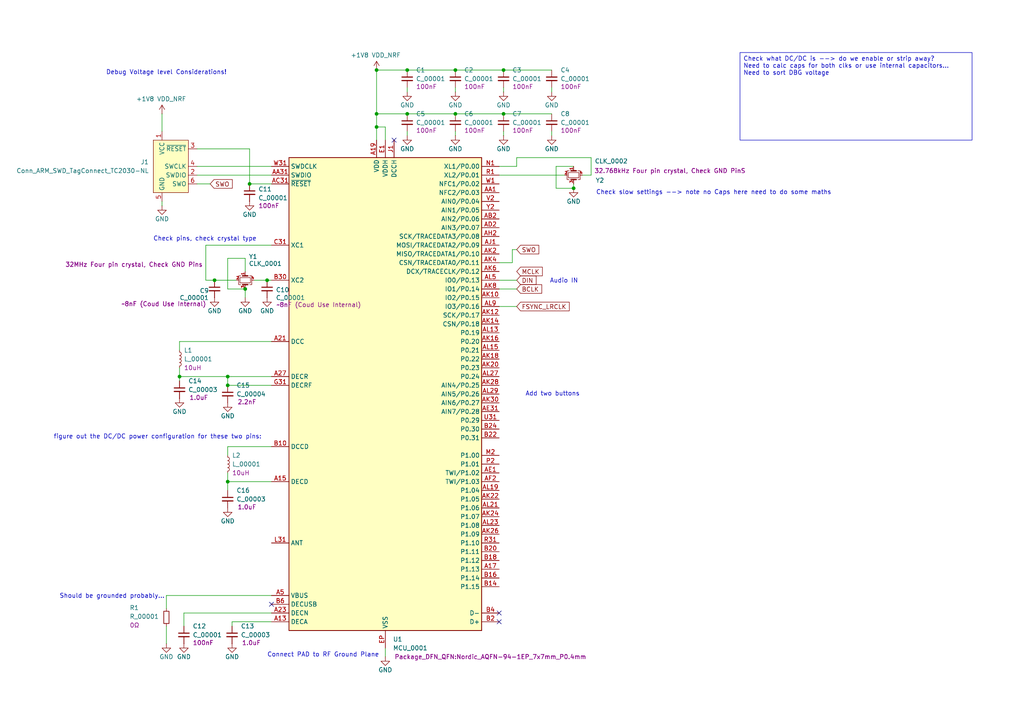
<source format=kicad_sch>
(kicad_sch (version 20231120) (generator "eeschema") (generator_version "8.0")
  (paper "A4")
  (lib_symbols
    (symbol "Connector:Conn_ARM_SWD_TagConnect_TC2030-NL" (in_bom no)
      (property "Reference" "J" (at 2.54 11.43 0))
      (property "Value" "Conn_ARM_SWD_TagConnect_TC2030-NL" (at 2.54 8.89 0))
      (symbol "Conn_ARM_SWD_TagConnect_TC2030-NL_0_0"
        (pin power_in line (at -2.54 10.16 270) (length 2.54) (name "VCC") (number "1"))
        (pin bidirectional line (at 7.62 -2.54 180) (length 2.54) (name "SWDIO") (number "2"))
        (pin open_collector line (at 7.62 5.08 180) (length 2.54) (name "~{RESET}") (number "3"))
        (pin output line (at 7.62 0 180) (length 2.54) (name "SWCLK") (number "4"))
        (pin power_in line (at -2.54 -10.16 90) (length 2.54) (name "GND") (number "5"))
        (pin input line (at 7.62 -5.08 180) (length 2.54) (name "SWO") (number "6"))
      )
      (symbol "Conn_ARM_SWD_TagConnect_TC2030-NL_0_1"
        (rectangle (start -5.08 7.62) (end 5.08 -7.62) (fill (type background)))
      )
    )
    (symbol "L_00001_1" (pin_numbers hide) (pin_names (offset 0.254) hide)
      (property "Reference" "L" (at 1.27 2.54 0))
      (property "Value" "L_00001" (at 1.27 0 0))
      (property "Desc" "10uH" (at 1.27 -2.54 0))
      (symbol "L_00001_1_0_1"
        (arc (start 0 -2.032) (mid 0.5058 -1.524) (end 0 -1.016))
        (arc (start 0 -1.016) (mid 0.5058 -0.508) (end 0 0))
        (arc (start 0 0) (mid 0.5058 0.508) (end 0 1.016))
        (arc (start 0 1.016) (mid 0.5058 1.524) (end 0 2.032))
      )
      (symbol "L_00001_1_1_1"
        (pin passive line (at 0 2.54 270) (length 0.508) (name "~") (number "1"))
        (pin passive line (at 0 -2.54 90) (length 0.508) (name "~") (number "2"))
      )
    )
    (symbol "mic_patch_parts:CLK_0001" (pin_names (offset 1.016) hide)
      (property "Reference" "Y" (at 1.27 8.89 0))
      (property "Value" "CLK_0001" (at 1.27 6.35 0))
      (property "Description" "32MHz Four pin crystal, Check GND PinS" (at 0 0 0))
      (symbol "CLK_0001_0_1"
        (rectangle (start -0.762 -1.524) (end 0.762 1.524))
        (polyline (pts (xy -1.27 -0.762) (xy -1.27 0.762)) (stroke (width 0.381)))
        (polyline (pts (xy 1.27 -0.762) (xy 1.27 0.762)) (stroke (width 0.381)))
        (polyline (pts (xy -1.27 -1.27) (xy -1.27 -1.905) (xy 1.27 -1.905) (xy 1.27 -1.27)))
        (polyline (pts (xy -1.27 1.27) (xy -1.27 1.905) (xy 1.27 1.905) (xy 1.27 1.27)))
      )
      (symbol "CLK_0001_1_1"
        (pin passive line (at -2.54 0 0) (length 1.27) (name "1") (number "1"))
        (pin passive line (at 0 -2.54 90) (length 0.635) (name "2") (number "2"))
        (pin passive line (at 2.54 0 180) (length 1.27) (name "3") (number "3"))
        (pin passive line (at 0 2.54 270) (length 0.635) (name "4") (number "4"))
      )
    )
    (symbol "mic_patch_parts:CLK_0002" (pin_names (offset 1.016) hide)
      (property "Reference" "Y" (at 1.27 8.89 0))
      (property "Value" "CLK_0002" (at 1.27 6.35 0))
      (property "Description" "32.768kHz Four pin crystal, Check GND PinS" (at 1.27 -11.938 0))
      (symbol "CLK_0002_0_1"
        (rectangle (start -0.762 -1.524) (end 0.762 1.524))
        (polyline (pts (xy -1.27 -0.762) (xy -1.27 0.762)) (stroke (width 0.381)))
        (polyline (pts (xy 1.27 -0.762) (xy 1.27 0.762)) (stroke (width 0.381)))
        (polyline (pts (xy -1.27 -1.27) (xy -1.27 -1.905) (xy 1.27 -1.905) (xy 1.27 -1.27)))
        (polyline (pts (xy -1.27 1.27) (xy -1.27 1.905) (xy 1.27 1.905) (xy 1.27 1.27)))
      )
      (symbol "CLK_0002_1_1"
        (pin passive line (at -2.54 0 0) (length 1.27) (name "1") (number "1"))
        (pin passive line (at 0 -2.54 90) (length 0.635) (name "2") (number "2"))
        (pin passive line (at 2.54 0 180) (length 1.27) (name "3") (number "3"))
        (pin passive line (at 0 2.54 270) (length 0.635) (name "4") (number "4"))
      )
    )
    (symbol "mic_patch_parts:C_00001" (pin_numbers hide) (pin_names (offset 0.254))
      (property "Reference" "C" (at 2.54 2.54 0))
      (property "Value" "C_00001" (at 2.54 0 0))
      (property "Description" "100nF" (at 5.588 -2.286 0))
      (symbol "C_00001_0_1"
        (polyline (pts (xy -1.524 -0.508) (xy 1.524 -0.508)) (stroke (width 0.3302)))
        (polyline (pts (xy -1.524 0.508) (xy 1.524 0.508)) (stroke (width 0.3048)))
      )
      (symbol "C_00001_1_1"
        (pin passive line (at 0 2.54 270) (length 2.032) (name "~") (number "1"))
        (pin passive line (at 0 -2.54 90) (length 2.032) (name "~") (number "2"))
      )
    )
    (symbol "mic_patch_parts:C_00002" (pin_numbers hide) (pin_names (offset 0.254))
      (property "Reference" "C" (at 2.54 2.54 0))
      (property "Value" "C_00001" (at 2.54 0 0))
      (property "Description" "~8nF (Coud Use Internal)" (at 5.588 -2.286 0))
      (symbol "C_00002_0_1"
        (polyline (pts (xy -1.524 -0.508) (xy 1.524 -0.508)) (stroke (width 0.3302)))
        (polyline (pts (xy -1.524 0.508) (xy 1.524 0.508)) (stroke (width 0.3048)))
      )
      (symbol "C_00002_1_1"
        (pin passive line (at 0 2.54 270) (length 2.032) (name "~") (number "1"))
        (pin passive line (at 0 -2.54 90) (length 2.032) (name "~") (number "2"))
      )
    )
    (symbol "mic_patch_parts:C_00003" (pin_numbers hide) (pin_names (offset 0.254))
      (property "Reference" "C" (at 2.54 2.54 0))
      (property "Value" "C_00003" (at 2.54 0 0))
      (property "Description" "1.0uF" (at 5.588 -2.286 0))
      (symbol "C_00003_0_1"
        (polyline (pts (xy -1.524 -0.508) (xy 1.524 -0.508)) (stroke (width 0.3302)))
        (polyline (pts (xy -1.524 0.508) (xy 1.524 0.508)) (stroke (width 0.3048)))
      )
      (symbol "C_00003_1_1"
        (pin passive line (at 0 2.54 270) (length 2.032) (name "~") (number "1"))
        (pin passive line (at 0 -2.54 90) (length 2.032) (name "~") (number "2"))
      )
    )
    (symbol "mic_patch_parts:C_00004" (pin_numbers hide) (pin_names (offset 0.254))
      (property "Reference" "C" (at 2.54 2.54 0))
      (property "Value" "C_00004" (at 2.54 0 0))
      (property "Description" "2.2nF" (at 5.588 -2.286 0))
      (symbol "C_00004_0_1"
        (polyline (pts (xy -1.524 -0.508) (xy 1.524 -0.508)) (stroke (width 0.3302)))
        (polyline (pts (xy -1.524 0.508) (xy 1.524 0.508)) (stroke (width 0.3048)))
      )
      (symbol "C_00004_1_1"
        (pin passive line (at 0 2.54 270) (length 2.032) (name "~") (number "1"))
        (pin passive line (at 0 -2.54 90) (length 2.032) (name "~") (number "2"))
      )
    )
    (symbol "mic_patch_parts:L_00001" (pin_numbers hide) (pin_names (offset 0.254) hide)
      (property "Reference" "L" (at 1.27 2.54 0))
      (property "Value" "L_00001" (at 1.27 0 0))
      (property "Desc" "10uH" (at 1.27 -2.54 0))
      (symbol "L_00001_0_1"
        (arc (start 0 -2.032) (mid 0.5058 -1.524) (end 0 -1.016))
        (arc (start 0 -1.016) (mid 0.5058 -0.508) (end 0 0))
        (arc (start 0 0) (mid 0.5058 0.508) (end 0 1.016))
        (arc (start 0 1.016) (mid 0.5058 1.524) (end 0 2.032))
      )
      (symbol "L_00001_1_1"
        (pin passive line (at 0 2.54 270) (length 0.508) (name "~") (number "1"))
        (pin passive line (at 0 -2.54 90) (length 0.508) (name "~") (number "2"))
      )
    )
    (symbol "mic_patch_parts:MCU_0001"
      (property "Reference" "U1" (at 2.0194 -72.39 0))
      (property "Value" "MCU_0001" (at 2.0194 -74.93 0))
      (symbol "MCU_0001_0_1"
        (rectangle (start -27.94 68.58) (end 27.94 -68.58) (stroke (width 0.254)) (fill (type background)))
      )
      (symbol "MCU_0001_1_1"
        (pin passive line (at -33.02 -66.04 0) (length 5.08) (name "DECA") (number "A13"))
        (pin passive line (at -33.02 -25.4 0) (length 5.08) (name "DECD") (number "A15"))
        (pin bidirectional line (at 33.02 -50.8 180) (length 5.08) (name "P1.13") (number "A17"))
        (pin power_in line (at -2.54 73.66 270) (length 5.08) (name "VDD") (number "A19"))
        (pin power_out line (at -33.02 15.24 0) (length 5.08) (name "DCC") (number "A21"))
        (pin passive line (at -33.02 -63.5 0) (length 5.08) (name "DECN") (number "A23"))
        (pin no_connect line (at -27.94 58.42 0) (length 5.08) hide (name "NC") (number "A25"))
        (pin passive line (at -33.02 5.08 0) (length 5.08) (name "DECR") (number "A27"))
        (pin power_in line (at -33.02 -58.42 0) (length 5.08) (name "VBUS") (number "A5"))
        (pin bidirectional line (at 33.02 58.42 180) (length 5.08) (name "NFC2/P0.03") (number "AA1"))
        (pin bidirectional line (at -33.02 63.5 0) (length 5.08) (name "SWDIO") (number "AA31"))
        (pin bidirectional line (at 33.02 50.8 180) (length 5.08) (name "AIN2/P0.06") (number "AB2"))
        (pin passive line (at -2.54 73.66 270) (length 5.08) hide (name "VDD") (number "AC1"))
        (pin input line (at -33.02 60.96 0) (length 5.08) (name "~{RESET}") (number "AC31"))
        (pin bidirectional line (at 33.02 48.26 180) (length 5.08) (name "AIN3/P0.07") (number "AD2"))
        (pin bidirectional line (at 33.02 -22.86 180) (length 5.08) (name "TWI/P1.02") (number "AE1"))
        (pin bidirectional line (at 33.02 -5.08 180) (length 5.08) (name "AIN7/P0.28") (number "AE31"))
        (pin bidirectional line (at 33.02 -25.4 180) (length 5.08) (name "TWI/P1.03") (number "AF2"))
        (pin passive line (at -2.54 73.66 270) (length 5.08) hide (name "VDD") (number "AG1"))
        (pin no_connect line (at -27.94 27.94 0) (length 5.08) hide (name "NC") (number "AG31"))
        (pin bidirectional line (at 33.02 45.72 180) (length 5.08) (name "SCK/TRACEDATA3/P0.08") (number "AH2"))
        (pin bidirectional line (at 33.02 43.18 180) (length 5.08) (name "MOSI/TRACEDATA2/P0.09") (number "AJ1"))
        (pin passive line (at -2.54 73.66 270) (length 5.08) hide (name "VDD") (number "AJ31"))
        (pin bidirectional line (at 33.02 27.94 180) (length 5.08) (name "IO2/P0.15") (number "AK10"))
        (pin bidirectional line (at 33.02 22.86 180) (length 5.08) (name "SCK/P0.17") (number "AK12"))
        (pin bidirectional line (at 33.02 20.32 180) (length 5.08) (name "CSN/P0.18") (number "AK14"))
        (pin bidirectional line (at 33.02 15.24 180) (length 5.08) (name "P0.20") (number "AK16"))
        (pin bidirectional line (at 33.02 10.16 180) (length 5.08) (name "P0.22") (number "AK18"))
        (pin bidirectional line (at 33.02 40.64 180) (length 5.08) (name "MISO/TRACEDATA1/P0.10") (number "AK2"))
        (pin bidirectional line (at 33.02 7.62 180) (length 5.08) (name "P0.23") (number "AK20"))
        (pin bidirectional line (at 33.02 -30.48 180) (length 5.08) (name "P1.05") (number "AK22"))
        (pin bidirectional line (at 33.02 -35.56 180) (length 5.08) (name "P1.07") (number "AK24"))
        (pin bidirectional line (at 33.02 -40.64 180) (length 5.08) (name "P1.09") (number "AK26"))
        (pin bidirectional line (at 33.02 2.54 180) (length 5.08) (name "AIN4/P0.25") (number "AK28"))
        (pin bidirectional line (at 33.02 -2.54 180) (length 5.08) (name "AIN6/P0.27") (number "AK30"))
        (pin bidirectional line (at 33.02 38.1 180) (length 5.08) (name "CSN/TRACEDATA0/P0.11") (number "AK4"))
        (pin bidirectional line (at 33.02 35.56 180) (length 5.08) (name "DCX/TRACECLK/P0.12") (number "AK6"))
        (pin bidirectional line (at 33.02 30.48 180) (length 5.08) (name "IO1/P0.14") (number "AK8"))
        (pin passive line (at -2.54 73.66 270) (length 5.08) hide (name "VDD") (number "AL11"))
        (pin bidirectional line (at 33.02 17.78 180) (length 5.08) (name "P0.19") (number "AL13"))
        (pin bidirectional line (at 33.02 12.7 180) (length 5.08) (name "P0.21") (number "AL15"))
        (pin passive line (at -2.54 73.66 270) (length 5.08) hide (name "VDD") (number "AL17"))
        (pin bidirectional line (at 33.02 -27.94 180) (length 5.08) (name "P1.04") (number "AL19"))
        (pin bidirectional line (at 33.02 -33.02 180) (length 5.08) (name "P1.06") (number "AL21"))
        (pin bidirectional line (at 33.02 -38.1 180) (length 5.08) (name "P1.08") (number "AL23"))
        (pin passive line (at -2.54 73.66 270) (length 5.08) hide (name "VDD") (number "AL25"))
        (pin bidirectional line (at 33.02 5.08 180) (length 5.08) (name "P0.24") (number "AL27"))
        (pin bidirectional line (at 33.02 0 180) (length 5.08) (name "AIN5/P0.26") (number "AL29"))
        (pin passive line (at -2.54 73.66 270) (length 5.08) hide (name "VDD") (number "AL3"))
        (pin bidirectional line (at 33.02 33.02 180) (length 5.08) (name "IO0/P0.13") (number "AL5"))
        (pin passive line (at -2.54 73.66 270) (length 5.08) hide (name "VDD") (number "AL7"))
        (pin bidirectional line (at 33.02 25.4 180) (length 5.08) (name "IO3/P0.16") (number "AL9"))
        (pin power_out line (at -33.02 -15.24 0) (length 5.08) (name "DCCD") (number "B10"))
        (pin no_connect line (at -27.94 55.88 0) (length 5.08) hide (name "NC") (number "B12"))
        (pin bidirectional line (at 33.02 -55.88 180) (length 5.08) (name "P1.15") (number "B14"))
        (pin bidirectional line (at 33.02 -53.34 180) (length 5.08) (name "P1.14") (number "B16"))
        (pin bidirectional line (at 33.02 -48.26 180) (length 5.08) (name "P1.12") (number "B18"))
        (pin bidirectional line (at 33.02 -66.04 180) (length 5.08) (name "D+") (number "B2"))
        (pin bidirectional line (at 33.02 -45.72 180) (length 5.08) (name "P1.11") (number "B20"))
        (pin bidirectional line (at 33.02 -12.7 180) (length 5.08) (name "P0.31") (number "B22"))
        (pin bidirectional line (at 33.02 -10.16 180) (length 5.08) (name "P0.30") (number "B24"))
        (pin no_connect line (at -27.94 53.34 0) (length 5.08) hide (name "NC") (number "B26"))
        (pin passive line (at -2.54 73.66 270) (length 5.08) hide (name "VDD") (number "B28"))
        (pin input line (at -33.02 33.02 0) (length 5.08) (name "XC2") (number "B30"))
        (pin bidirectional line (at 33.02 -63.5 180) (length 5.08) (name "D-") (number "B4"))
        (pin passive line (at -33.02 -60.96 0) (length 5.08) (name "DECUSB") (number "B6"))
        (pin passive line (at -2.54 73.66 270) (length 5.08) hide (name "VDD") (number "B8"))
        (pin passive line (at -2.54 73.66 270) (length 5.08) hide (name "VDD") (number "C1"))
        (pin input line (at -33.02 43.18 0) (length 5.08) (name "XC1") (number "C31"))
        (pin no_connect line (at -27.94 50.8 0) (length 5.08) hide (name "NC") (number "D2"))
        (pin power_in line (at 0 73.66 270) (length 5.08) (name "VDDH") (number "E1"))
        (pin passive line (at -2.54 73.66 270) (length 5.08) hide (name "VDD") (number "E31"))
        (pin power_in line (at 0 -73.66 90) (length 5.08) (name "VSS") (number "EP"))
        (pin no_connect line (at -27.94 48.26 0) (length 5.08) hide (name "NC") (number "F2"))
        (pin no_connect line (at -27.94 45.72 0) (length 5.08) hide (name "NC") (number "G1"))
        (pin passive line (at -33.02 2.54 0) (length 5.08) (name "DECRF") (number "G31"))
        (pin no_connect line (at -27.94 40.64 0) (length 5.08) hide (name "NC") (number "H2"))
        (pin passive line (at 2.54 73.66 270) (length 5.08) (name "DCCH") (number "J1"))
        (pin no_connect line (at -27.94 38.1 0) (length 5.08) hide (name "NC") (number "J31"))
        (pin no_connect line (at -27.94 35.56 0) (length 5.08) hide (name "NC") (number "K2"))
        (pin passive line (at -2.54 73.66 270) (length 5.08) hide (name "VDD") (number "L1"))
        (pin passive line (at -33.02 -43.18 0) (length 5.08) (name "ANT") (number "L31"))
        (pin bidirectional line (at 33.02 -17.78 180) (length 5.08) (name "P1.00") (number "M2"))
        (pin bidirectional line (at 33.02 66.04 180) (length 5.08) (name "XL1/P0.00") (number "N1"))
        (pin passive line (at -2.54 73.66 270) (length 5.08) hide (name "VDD") (number "N31"))
        (pin bidirectional line (at 33.02 -20.32 180) (length 5.08) (name "P1.01") (number "P2"))
        (pin bidirectional line (at 33.02 63.5 180) (length 5.08) (name "XL2/P0.01") (number "R1"))
        (pin bidirectional line (at 33.02 -43.18 180) (length 5.08) (name "P1.10") (number "R31"))
        (pin no_connect line (at -27.94 30.48 0) (length 5.08) hide (name "NC") (number "T2"))
        (pin passive line (at -2.54 73.66 270) (length 5.08) hide (name "VDD") (number "U1"))
        (pin bidirectional line (at 33.02 -7.62 180) (length 5.08) (name "P0.29") (number "U31"))
        (pin bidirectional line (at 33.02 55.88 180) (length 5.08) (name "AIN0/P0.04") (number "V2"))
        (pin bidirectional line (at 33.02 60.96 180) (length 5.08) (name "NFC1/P0.02") (number "W1"))
        (pin input line (at -33.02 66.04 0) (length 5.08) (name "SWDCLK") (number "W31"))
        (pin bidirectional line (at 33.02 53.34 180) (length 5.08) (name "AIN1/P0.05") (number "Y2"))
      )
    )
    (symbol "mic_patch_parts:R_00001" (pin_numbers hide) (pin_names (offset 0.254) hide)
      (property "Reference" "R" (at 1.27 2.54 0))
      (property "Value" "R_00001" (at 1.27 0 0))
      (property "Desc" "0Ω" (at 1.27 -2.54 0))
      (symbol "R_00001_0_1"
        (rectangle (start -0.762 1.778) (end 0.762 -1.778) (stroke (width 0.2032)))
      )
      (symbol "R_00001_1_1"
        (pin passive line (at 0 2.54 270) (length 0.762) (name "~") (number "1"))
        (pin passive line (at 0 -2.54 90) (length 0.762) (name "~") (number "2"))
      )
    )
    (symbol "power:+1V8" (power) (pin_numbers hide) (pin_names (offset 0) hide)
      (property "Value" "+1V8" (at 0 3.556 0))
      (symbol "+1V8_0_1"
        (polyline (pts (xy -0.762 1.27) (xy 0 2.54)))
        (polyline (pts (xy 0 0) (xy 0 2.54)))
        (polyline (pts (xy 0 2.54) (xy 0.762 1.27)))
      )
      (symbol "+1V8_1_1"
        (pin power_in line (at 0 0 90) (length 0) (name "~") (number "1"))
      )
    )
    (symbol "power:GND" (power) (pin_numbers hide) (pin_names (offset 0) hide)
      (property "Value" "GND" (at 0 -3.81 0))
      (symbol "GND_0_1"
        (polyline (pts (xy 0 0) (xy 0 -1.27) (xy 1.27 -1.27) (xy 0 -2.54) (xy -1.27 -1.27) (xy 0 -1.27)))
      )
      (symbol "GND_1_1"
        (pin power_in line (at 0 0 270) (length 0) (name "~") (number "1"))
      )
    )
  )
  (junction (at 109.22 33.02))
  (junction (at 71.12 83.82))
  (junction (at 146.05 20.32))
  (junction (at 118.11 20.32))
  (junction (at 132.08 33.02))
  (junction (at 166.37 54.61))
  (junction (at 109.22 36.83))
  (junction (at 132.08 20.32))
  (junction (at 52.07 109.22))
  (junction (at 109.22 20.32))
  (junction (at 66.04 109.22))
  (junction (at 72.39 53.34))
  (junction (at 77.47 81.28))
  (junction (at 62.23 81.28))
  (junction (at 66.04 139.7))
  (junction (at 146.05 33.02))
  (junction (at 66.04 111.76))
  (junction (at 118.11 33.02))
  (no_connect (at 144.78 180.34))
  (no_connect (at 114.3 40.64))
  (no_connect (at 78.74 175.26))
  (no_connect (at 144.78 177.8))
  (wire (pts (xy 66.04 111.76) (xy 78.74 111.76)))
  (wire (pts (xy 57.15 43.18) (xy 72.39 43.18)))
  (wire (pts (xy 53.34 177.8) (xy 78.74 177.8)))
  (wire (pts (xy 66.04 109.22) (xy 78.74 109.22)))
  (wire (pts (xy 46.99 33.02) (xy 46.99 38.1)))
  (wire (pts (xy 57.15 53.34) (xy 60.96 53.34)))
  (wire (pts (xy 66.04 129.54) (xy 78.74 129.54)))
  (wire (pts (xy 171.45 45.72) (xy 171.45 50.8)))
  (wire (pts (xy 146.05 25.4) (xy 146.05 26.67)))
  (wire (pts (xy 111.76 187.96) (xy 111.76 190.5)))
  (wire (pts (xy 118.11 33.02) (xy 132.08 33.02)))
  (wire (pts (xy 132.08 38.1) (xy 132.08 39.37)))
  (wire (pts (xy 52.07 109.22) (xy 52.07 110.49)))
  (wire (pts (xy 118.11 38.1) (xy 118.11 39.37)))
  (wire (pts (xy 71.12 83.82) (xy 71.12 86.36)))
  (wire (pts (xy 66.04 137.16) (xy 66.04 139.7)))
  (wire (pts (xy 148.59 76.2) (xy 144.78 76.2)))
  (wire (pts (xy 160.02 38.1) (xy 160.02 39.37)))
  (wire (pts (xy 166.37 53.34) (xy 166.37 54.61)))
  (wire (pts (xy 59.69 81.28) (xy 62.23 81.28)))
  (wire (pts (xy 66.04 139.7) (xy 78.74 139.7)))
  (wire (pts (xy 66.04 139.7) (xy 66.04 142.24)))
  (wire (pts (xy 118.11 25.4) (xy 118.11 26.67)))
  (wire (pts (xy 52.07 109.22) (xy 66.04 109.22)))
  (wire (pts (xy 144.78 50.8) (xy 163.83 50.8)))
  (wire (pts (xy 149.86 45.72) (xy 171.45 45.72)))
  (wire (pts (xy 66.04 83.82) (xy 71.12 83.82)))
  (wire (pts (xy 161.29 54.61) (xy 166.37 54.61)))
  (wire (pts (xy 46.99 58.42) (xy 46.99 59.69)))
  (wire (pts (xy 66.04 132.08) (xy 66.04 129.54)))
  (wire (pts (xy 109.22 20.32) (xy 109.22 33.02)))
  (wire (pts (xy 52.07 106.68) (xy 52.07 109.22)))
  (wire (pts (xy 77.47 81.28) (xy 73.66 81.28)))
  (wire (pts (xy 57.15 50.8) (xy 78.74 50.8)))
  (wire (pts (xy 67.31 180.34) (xy 67.31 181.61)))
  (wire (pts (xy 72.39 53.34) (xy 78.74 53.34)))
  (wire (pts (xy 161.29 48.26) (xy 161.29 54.61)))
  (wire (pts (xy 168.91 50.8) (xy 171.45 50.8)))
  (wire (pts (xy 48.26 181.61) (xy 48.26 186.69)))
  (wire (pts (xy 66.04 74.93) (xy 71.12 74.93)))
  (wire (pts (xy 77.47 81.28) (xy 78.74 81.28)))
  (wire (pts (xy 161.29 48.26) (xy 166.37 48.26)))
  (wire (pts (xy 53.34 177.8) (xy 53.34 181.61)))
  (wire (pts (xy 160.02 25.4) (xy 160.02 26.67)))
  (wire (pts (xy 52.07 99.06) (xy 78.74 99.06)))
  (wire (pts (xy 132.08 25.4) (xy 132.08 26.67)))
  (wire (pts (xy 62.23 81.28) (xy 68.58 81.28)))
  (wire (pts (xy 109.22 36.83) (xy 111.76 36.83)))
  (wire (pts (xy 52.07 99.06) (xy 52.07 101.6)))
  (wire (pts (xy 148.59 72.39) (xy 148.59 76.2)))
  (wire (pts (xy 57.15 48.26) (xy 78.74 48.26)))
  (wire (pts (xy 48.26 172.72) (xy 78.74 172.72)))
  (wire (pts (xy 144.78 48.26) (xy 149.86 48.26)))
  (wire (pts (xy 109.22 40.64) (xy 109.22 36.83)))
  (wire (pts (xy 149.86 45.72) (xy 149.86 48.26)))
  (wire (pts (xy 109.22 20.32) (xy 118.11 20.32)))
  (wire (pts (xy 148.59 72.39) (xy 149.86 72.39)))
  (wire (pts (xy 118.11 20.32) (xy 132.08 20.32)))
  (wire (pts (xy 59.69 71.12) (xy 78.74 71.12)))
  (wire (pts (xy 111.76 36.83) (xy 111.76 40.64)))
  (wire (pts (xy 66.04 74.93) (xy 66.04 83.82)))
  (wire (pts (xy 48.26 172.72) (xy 48.26 176.53)))
  (wire (pts (xy 71.12 74.93) (xy 71.12 78.74)))
  (wire (pts (xy 146.05 33.02) (xy 160.02 33.02)))
  (wire (pts (xy 109.22 33.02) (xy 109.22 36.83)))
  (wire (pts (xy 146.05 38.1) (xy 146.05 39.37)))
  (wire (pts (xy 72.39 43.18) (xy 72.39 53.34)))
  (wire (pts (xy 132.08 33.02) (xy 146.05 33.02)))
  (wire (pts (xy 59.69 71.12) (xy 59.69 81.28)))
  (wire (pts (xy 67.31 180.34) (xy 78.74 180.34)))
  (wire (pts (xy 144.78 83.82) (xy 149.86 83.82)))
  (wire (pts (xy 146.05 20.32) (xy 160.02 20.32)))
  (wire (pts (xy 109.22 33.02) (xy 118.11 33.02)))
  (wire (pts (xy 144.78 81.28) (xy 149.86 81.28)))
  (wire (pts (xy 66.04 109.22) (xy 66.04 111.76)))
  (wire (pts (xy 132.08 20.32) (xy 146.05 20.32)))
  (wire (pts (xy 144.78 88.9) (xy 149.86 88.9)))
  (text_box "Check what DC/DC is --> do we enable or strip away?\nNeed to calc caps for both clks or use internal capacitors...\nNeed to sort DBG voltage" (at 214.63 15.24 0) (size 67.31 25.4) (effects (font (size 1.27 1.27)) (justify left top)))
  (text "Connect PAD to RF Ground Plane" (at 93.726 189.992 0) (effects (font (size 1.27 1.27))))
  (text "figure out the DC/DC power configuration for these two pins:" (at 45.72 126.746 0) (effects (font (size 1.27 1.27))))
  (text "Check pins, check crystal type" (at 59.436 69.342 0) (effects (font (size 1.27 1.27))))
  (text "Check slow settings --> note no Caps here need to do some maths" (at 207.01 55.88 0) (effects (font (size 1.27 1.27))))
  (text "Audio IN" (at 163.576 81.534 0) (effects (font (size 1.27 1.27))))
  (text "Should be grounded probably..." (at 32.512 172.974 0) (effects (font (size 1.27 1.27))))
  (text "Add two buttons" (at 160.274 114.3 0) (effects (font (size 1.27 1.27))))
  (text "Debug Voltage level Considerations!" (at 48.26 21.082 0) (effects (font (size 1.27 1.27))))
  (global_label "SWO" (shape input) (at 60.96 53.34 0) (property "Intersheetrefs" "${INTERSHEET_REFS}" (effects (hide yes))))
  (global_label "BCLK" (shape input) (at 149.86 83.82 0) (property "Intersheetrefs" "${INTERSHEET_REFS}" (effects (hide yes))))
  (global_label "DIN" (shape input) (at 149.86 81.28 0) (property "Intersheetrefs" "${INTERSHEET_REFS}" (effects (hide yes))))
  (global_label "SWO" (shape input) (at 149.86 72.39 0) (property "Intersheetrefs" "${INTERSHEET_REFS}" (effects (hide yes))))
  (global_label "FSYNC_LRCLK" (shape input) (at 149.86 88.9 0) (property "Intersheetrefs" "${INTERSHEET_REFS}" (effects (hide yes))))
  (global_label "MCLK" (shape input) (at 149.86 78.74 0) (property "Intersheetrefs" "${INTERSHEET_REFS}" (effects (hide yes))))
  (symbol (lib_id "mic_patch_parts:R_00001") (at 48.26 179.07 180) (unit 1)
    (property "Reference" "R1" (at 37.592 176.276 0) (effects (justify right)))
    (property "Value" "R_00001" (at 37.592 178.816 0) (effects (justify right)))
    (property "Description" "0Ω resistor" (effects (hide yes)))
    (property "Desc" "0Ω" (at 37.592 181.356 0) (effects (justify right)))
  )
  (symbol (lib_id "mic_patch_parts:CLK_0002") (at 166.37 50.8 270) (unit 1)
    (property "Reference" "Y2" (at 173.99 52.324 90))
    (property "Value" "CLK_0002" (at 177.292 46.736 90))
    (property "Description" "32.768kHz Four pin crystal, Check GND PinS" (at 194.31 49.53 90))
  )
  (symbol (lib_id "power:GND") (at 71.12 86.36 0) (unit 1)
    (property "Reference" "#PWR012" (effects (hide yes)))
    (property "Value" "GND" (at 71.12 90.17 0))
    (property "Description" "Power symbol creates a global label with name \"GND\" , ground" (effects (hide yes)))
  )
  (symbol (lib_id "power:GND") (at 77.47 86.36 0) (unit 1)
    (property "Reference" "#PWR014" (effects (hide yes)))
    (property "Value" "GND" (at 77.47 90.17 0))
    (property "Description" "Power symbol creates a global label with name \"GND\" , ground" (effects (hide yes)))
  )
  (symbol (lib_id "mic_patch_parts:C_00001") (at 132.08 22.86 0) (unit 1)
    (property "Reference" "C2" (at 134.62 20.32 0) (effects (justify left)))
    (property "Value" "C_00001" (at 134.62 22.86 0) (effects (justify left)))
    (property "Description" "100nF" (at 137.668 25.146 0))
  )
  (symbol (lib_id "power:GND") (at 166.37 54.61 0) (unit 1)
    (property "Reference" "#PWR027" (effects (hide yes)))
    (property "Value" "GND" (at 166.37 58.42 0))
    (property "Description" "Power symbol creates a global label with name \"GND\" , ground" (effects (hide yes)))
  )
  (symbol (lib_id "power:+1V8") (at 109.22 20.32 0) (unit 1)
    (property "Reference" "#PWR01" (effects (hide yes)))
    (property "Value" "+1V8 VDD_NRF" (at 108.966 16.002 0))
    (property "Description" "Power symbol creates a global label with name \"+1V8\"" (effects (hide yes)))
  )
  (symbol (lib_id "power:GND") (at 160.02 39.37 0) (unit 1)
    (property "Reference" "#PWR09" (effects (hide yes)))
    (property "Value" "GND" (at 160.02 43.18 0))
    (property "Description" "Power symbol creates a global label with name \"GND\" , ground" (effects (hide yes)))
  )
  (symbol (lib_id "mic_patch_parts:C_00002") (at 77.47 83.82 0) (unit 1)
    (property "Reference" "C10" (at 80.01 84.074 0) (effects (justify left)))
    (property "Value" "C_00001" (at 80.01 86.36 0) (effects (justify left)))
    (property "Description" "~8nF (Coud Use Internal)" (at 47.498 88.138 0))
  )
  (symbol (lib_name "L_00001_1") (lib_id "mic_patch_parts:L_00001") (at 52.07 104.14 0) (unit 1)
    (property "Reference" "L1" (at 53.34 101.5999 0) (effects (justify left)))
    (property "Value" "L_00001" (at 53.34 104.1399 0) (effects (justify left)))
    (property "Description" "10uH Inductor" (effects (hide yes)))
    (property "Desc" "10uH" (at 53.34 106.6799 0) (effects (justify left)))
  )
  (symbol (lib_id "mic_patch_parts:MCU_0001") (at 111.76 114.3 0) (unit 1)
    (property "Reference" "U1" (at 113.9541 185.42 0) (effects (justify left)))
    (property "Value" "MCU_0001 " (at 113.9541 187.96 0) (effects (justify left)))
    (property "Footprint" "Package_DFN_QFN:Nordic_AQFN-94-1EP_7x7mm_P0.4mm" (at 142.24 190.5 0))
    (property "Datasheet" "https://infocenter.nordicsemi.com/pdf/nRF5340_PS_v1.2.pdf" (effects (hide yes)))
    (property "Description" "nRF5340, BLE, NFC, Thread, Zigbee, ARM M33 SoC, Dual Core, AQFN-94" (effects (hide yes)))
  )
  (symbol (lib_id "power:GND") (at 132.08 26.67 0) (unit 1)
    (property "Reference" "#PWR03" (effects (hide yes)))
    (property "Value" "GND" (at 132.08 30.48 0))
    (property "Description" "Power symbol creates a global label with name \"GND\" , ground" (effects (hide yes)))
  )
  (symbol (lib_id "mic_patch_parts:C_00001") (at 72.39 55.88 0) (unit 1)
    (property "Reference" "C11" (at 74.93 54.864 0) (effects (justify left)))
    (property "Value" "C_00001" (at 74.93 57.404 0) (effects (justify left)))
    (property "Description" "100nF" (at 77.978 59.69 0))
  )
  (symbol (lib_id "mic_patch_parts:C_00001") (at 118.11 22.86 0) (unit 1)
    (property "Reference" "C1" (at 120.65 20.32 0) (effects (justify left)))
    (property "Value" "C_00001" (at 120.65 22.86 0) (effects (justify left)))
    (property "Description" "100nF" (at 123.698 25.146 0))
  )
  (symbol (lib_id "power:GND") (at 132.08 39.37 0) (unit 1)
    (property "Reference" "#PWR07" (effects (hide yes)))
    (property "Value" "GND" (at 132.08 43.18 0))
    (property "Description" "Power symbol creates a global label with name \"GND\" , ground" (effects (hide yes)))
  )
  (symbol (lib_id "power:GND") (at 66.04 147.32 0) (unit 1)
    (property "Reference" "#PWR021" (effects (hide yes)))
    (property "Value" "GND" (at 66.04 151.13 0))
    (property "Description" "Power symbol creates a global label with name \"GND\" , ground" (effects (hide yes)))
  )
  (symbol (lib_id "mic_patch_parts:C_00001") (at 118.11 35.56 0) (unit 1)
    (property "Reference" "C5" (at 120.65 33.02 0) (effects (justify left)))
    (property "Value" "C_00001" (at 120.65 35.56 0) (effects (justify left)))
    (property "Description" "100nF" (at 123.698 37.846 0))
  )
  (symbol (lib_id "mic_patch_parts:C_00001") (at 146.05 35.56 0) (unit 1)
    (property "Reference" "C7" (at 148.59 33.02 0) (effects (justify left)))
    (property "Value" "C_00001" (at 148.59 35.56 0) (effects (justify left)))
    (property "Description" "100nF" (at 151.638 37.846 0))
  )
  (symbol (lib_id "power:GND") (at 66.04 116.84 0) (unit 1)
    (property "Reference" "#PWR020" (effects (hide yes)))
    (property "Value" "GND" (at 66.04 120.65 0))
    (property "Description" "Power symbol creates a global label with name \"GND\" , ground" (effects (hide yes)))
  )
  (symbol (lib_id "power:GND") (at 118.11 39.37 0) (unit 1)
    (property "Reference" "#PWR06" (effects (hide yes)))
    (property "Value" "GND" (at 118.11 43.18 0))
    (property "Description" "Power symbol creates a global label with name \"GND\" , ground" (effects (hide yes)))
  )
  (symbol (lib_id "Connector:Conn_ARM_SWD_TagConnect_TC2030-NL") (at 49.53 48.26 0) (unit 1) (in_bom no)
    (property "Reference" "J1" (at 43.18 46.9899 0) (effects (justify right)))
    (property "Value" "Conn_ARM_SWD_TagConnect_TC2030-NL" (at 43.18 49.5299 0) (effects (justify right)))
    (property "Footprint" "Connector:Tag-Connect_TC2030-IDC-NL_2x03_P1.27mm_Vertical" (effects (hide yes)))
    (property "Datasheet" "https://www.tag-connect.com/wp-content/uploads/bsk-pdf-manager/TC2030-CTX_1.pdf" (effects (hide yes)))
    (property "Description" "Tag-Connect ARM Cortex SWD JTAG connector, 6 pin, no legs" (effects (hide yes)))
  )
  (symbol (lib_id "power:GND") (at 146.05 39.37 0) (unit 1)
    (property "Reference" "#PWR08" (effects (hide yes)))
    (property "Value" "GND" (at 146.05 43.18 0))
    (property "Description" "Power symbol creates a global label with name \"GND\" , ground" (effects (hide yes)))
  )
  (symbol (lib_id "power:GND") (at 67.31 186.69 0) (unit 1)
    (property "Reference" "#PWR018" (effects (hide yes)))
    (property "Value" "GND" (at 67.31 190.5 0))
    (property "Description" "Power symbol creates a global label with name \"GND\" , ground" (effects (hide yes)))
  )
  (symbol (lib_id "mic_patch_parts:C_00002") (at 62.23 83.82 0) (unit 1)
    (property "Reference" "C9" (at 57.912 84.328 0) (effects (justify left)))
    (property "Value" "C_00001" (at 52.07 86.36 0) (effects (justify left)))
    (property "Description" "~8nF (Coud Use Internal)" (at 92.456 88.392 0))
  )
  (symbol (lib_id "mic_patch_parts:C_00001") (at 146.05 22.86 0) (unit 1)
    (property "Reference" "C3" (at 148.59 20.32 0) (effects (justify left)))
    (property "Value" "C_00001" (at 148.59 22.86 0) (effects (justify left)))
    (property "Description" "100nF" (at 151.638 25.146 0))
  )
  (symbol (lib_id "mic_patch_parts:C_00001") (at 160.02 22.86 0) (unit 1)
    (property "Reference" "C4" (at 162.56 20.32 0) (effects (justify left)))
    (property "Value" "C_00001" (at 162.56 22.86 0) (effects (justify left)))
    (property "Description" "100nF" (at 165.608 25.146 0))
  )
  (symbol (lib_id "power:GND") (at 111.76 190.5 0) (unit 1)
    (property "Reference" "#PWR010" (effects (hide yes)))
    (property "Value" "GND" (at 111.76 194.31 0))
    (property "Description" "Power symbol creates a global label with name \"GND\" , ground" (effects (hide yes)))
  )
  (symbol (lib_id "mic_patch_parts:L_00001") (at 66.04 134.62 0) (unit 1)
    (property "Reference" "L2" (at 67.31 132.0799 0) (effects (justify left)))
    (property "Value" "L_00001" (at 67.31 134.6199 0) (effects (justify left)))
    (property "Description" "10uH Inductor" (effects (hide yes)))
    (property "Desc" "10uH" (at 67.31 137.1599 0) (effects (justify left)))
  )
  (symbol (lib_id "power:+1V8") (at 46.99 33.02 0) (unit 1)
    (property "Reference" "#PWR036" (effects (hide yes)))
    (property "Value" "+1V8 VDD_NRF" (at 46.736 28.702 0))
    (property "Description" "Power symbol creates a global label with name \"+1V8\"" (effects (hide yes)))
  )
  (symbol (lib_id "mic_patch_parts:C_00001") (at 132.08 35.56 0) (unit 1)
    (property "Reference" "C6" (at 134.62 33.02 0) (effects (justify left)))
    (property "Value" "C_00001" (at 134.62 35.56 0) (effects (justify left)))
    (property "Description" "100nF" (at 137.668 37.846 0))
  )
  (symbol (lib_id "power:GND") (at 46.99 59.69 0) (unit 1)
    (property "Reference" "#PWR011" (effects (hide yes)))
    (property "Value" "GND" (at 46.99 63.5 0))
    (property "Description" "Power symbol creates a global label with name \"GND\" , ground" (effects (hide yes)))
  )
  (symbol (lib_id "mic_patch_parts:C_00001") (at 160.02 35.56 0) (unit 1)
    (property "Reference" "C8" (at 162.56 33.02 0) (effects (justify left)))
    (property "Value" "C_00001" (at 162.56 35.56 0) (effects (justify left)))
    (property "Description" "100nF" (at 165.608 37.846 0))
  )
  (symbol (lib_id "power:GND") (at 62.23 86.36 0) (unit 1)
    (property "Reference" "#PWR013" (effects (hide yes)))
    (property "Value" "GND" (at 62.23 90.17 0))
    (property "Description" "Power symbol creates a global label with name \"GND\" , ground" (effects (hide yes)))
  )
  (symbol (lib_id "mic_patch_parts:C_00003") (at 67.31 184.15 0) (unit 1)
    (property "Reference" "C13" (at 69.85 181.61 0) (effects (justify left)))
    (property "Value" "C_00003" (at 69.85 184.15 0) (effects (justify left)))
    (property "Description" "1.0uF" (at 72.898 186.436 0))
  )
  (symbol (lib_id "mic_patch_parts:CLK_0001") (at 71.12 81.28 270) (unit 1)
    (property "Reference" "Y1" (at 73.406 74.422 90))
    (property "Value" "CLK_0001" (at 76.962 76.454 90))
    (property "Description" "32MHz Four pin crystal, Check GND Pins" (at 38.862 76.708 90))
  )
  (symbol (lib_id "mic_patch_parts:C_00001") (at 53.34 184.15 0) (unit 1)
    (property "Reference" "C12" (at 55.88 181.61 0) (effects (justify left)))
    (property "Value" "C_00001" (at 55.88 184.15 0) (effects (justify left)))
    (property "Description" "100nF" (at 58.928 186.436 0))
  )
  (symbol (lib_id "power:GND") (at 72.39 58.42 0) (unit 1)
    (property "Reference" "#PWR015" (effects (hide yes)))
    (property "Value" "GND" (at 72.39 62.23 0))
    (property "Description" "Power symbol creates a global label with name \"GND\" , ground" (effects (hide yes)))
  )
  (symbol (lib_id "power:GND") (at 146.05 26.67 0) (unit 1)
    (property "Reference" "#PWR04" (effects (hide yes)))
    (property "Value" "GND" (at 146.05 30.48 0))
    (property "Description" "Power symbol creates a global label with name \"GND\" , ground" (effects (hide yes)))
  )
  (symbol (lib_id "power:GND") (at 53.34 186.69 0) (unit 1)
    (property "Reference" "#PWR017" (effects (hide yes)))
    (property "Value" "GND" (at 53.34 190.5 0))
    (property "Description" "Power symbol creates a global label with name \"GND\" , ground" (effects (hide yes)))
  )
  (symbol (lib_id "mic_patch_parts:C_00004") (at 66.04 114.3 0) (unit 1)
    (property "Reference" "C15" (at 68.58 111.76 0) (effects (justify left)))
    (property "Value" "C_00004" (at 68.58 114.3 0) (effects (justify left)))
    (property "Description" "2.2nF" (at 71.628 116.586 0))
  )
  (symbol (lib_id "power:GND") (at 160.02 26.67 0) (unit 1)
    (property "Reference" "#PWR05" (effects (hide yes)))
    (property "Value" "GND" (at 160.02 30.48 0))
    (property "Description" "Power symbol creates a global label with name \"GND\" , ground" (effects (hide yes)))
  )
  (symbol (lib_id "mic_patch_parts:C_00003") (at 66.04 144.78 0) (unit 1)
    (property "Reference" "C16" (at 68.58 142.24 0) (effects (justify left)))
    (property "Value" "C_00003" (at 68.58 144.78 0) (effects (justify left)))
    (property "Description" "1.0uF" (at 71.628 147.066 0))
  )
  (symbol (lib_id "power:GND") (at 52.07 115.57 0) (unit 1)
    (property "Reference" "#PWR019" (effects (hide yes)))
    (property "Value" "GND" (at 52.07 119.38 0))
    (property "Description" "Power symbol creates a global label with name \"GND\" , ground" (effects (hide yes)))
  )
  (symbol (lib_id "mic_patch_parts:C_00003") (at 52.07 113.03 0) (unit 1)
    (property "Reference" "C14" (at 54.61 110.49 0) (effects (justify left)))
    (property "Value" "C_00003" (at 54.61 113.03 0) (effects (justify left)))
    (property "Description" "1.0uF" (at 57.658 115.316 0))
  )
  (symbol (lib_id "power:GND") (at 48.26 186.69 0) (unit 1)
    (property "Reference" "#PWR016" (effects (hide yes)))
    (property "Value" "GND" (at 48.26 190.5 0))
    (property "Description" "Power symbol creates a global label with name \"GND\" , ground" (effects (hide yes)))
  )
  (symbol (lib_id "power:GND") (at 118.11 26.67 0) (unit 1)
    (property "Reference" "#PWR02" (effects (hide yes)))
    (property "Value" "GND" (at 118.11 30.48 0))
    (property "Description" "Power symbol creates a global label with name \"GND\" , ground" (effects (hide yes)))
  )
)
</source>
